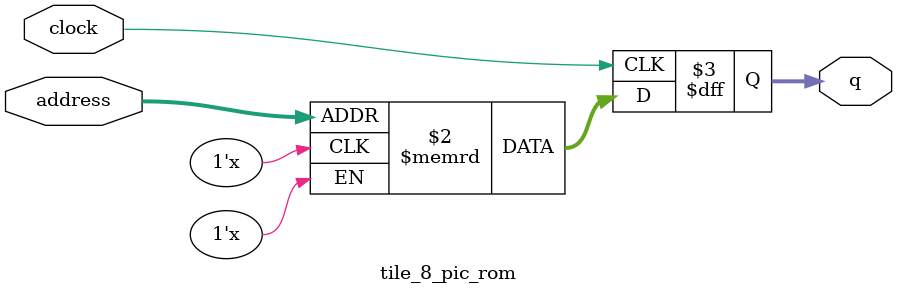
<source format=sv>
module tile_8_pic_rom (
	input logic clock,
	input logic [11:0] address,
	output logic [4:0] q
);

logic [4:0] memory [0:3071] /* synthesis ram_init_file = "./8 tile drawing/8 tile drawing.mif" */;

always_ff @ (posedge clock) begin
	q <= memory[address];
end

endmodule

</source>
